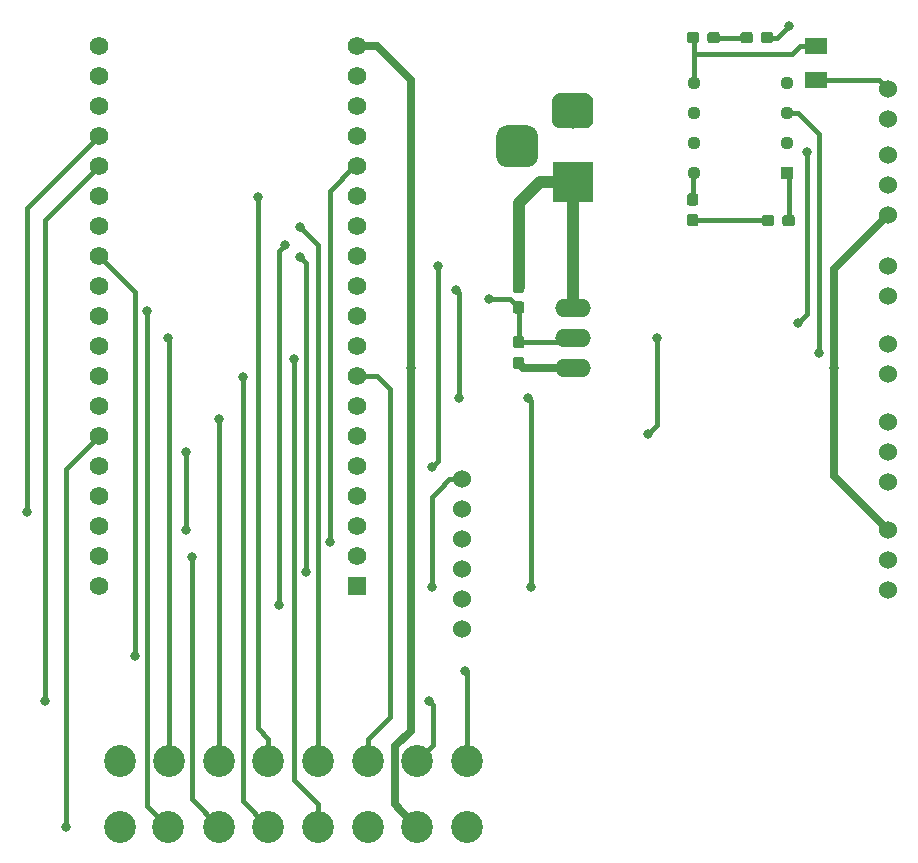
<source format=gbr>
G04 #@! TF.GenerationSoftware,KiCad,Pcbnew,(5.1.4)-1*
G04 #@! TF.CreationDate,2021-11-04T16:38:15-05:00*
G04 #@! TF.ProjectId,CareMate,43617265-4d61-4746-952e-6b696361645f,rev?*
G04 #@! TF.SameCoordinates,Original*
G04 #@! TF.FileFunction,Copper,L1,Top*
G04 #@! TF.FilePolarity,Positive*
%FSLAX46Y46*%
G04 Gerber Fmt 4.6, Leading zero omitted, Abs format (unit mm)*
G04 Created by KiCad (PCBNEW (5.1.4)-1) date 2021-11-04 16:38:15*
%MOMM*%
%LPD*%
G04 APERTURE LIST*
%ADD10C,1.560000*%
%ADD11R,1.560000X1.560000*%
%ADD12C,2.700000*%
%ADD13C,0.100000*%
%ADD14C,0.950000*%
%ADD15R,1.910000X1.370000*%
%ADD16R,3.500000X3.500000*%
%ADD17C,3.000000*%
%ADD18C,3.500001*%
%ADD19C,1.524000*%
%ADD20O,3.048000X1.524000*%
%ADD21R,1.130000X1.130000*%
%ADD22C,1.130000*%
%ADD23C,0.800000*%
%ADD24C,1.016000*%
%ADD25C,0.381000*%
%ADD26C,0.635000*%
G04 APERTURE END LIST*
D10*
X60960000Y-28396000D03*
X60960000Y-30936000D03*
X60960000Y-33476000D03*
X60960000Y-36016000D03*
X60960000Y-38556000D03*
X60960000Y-41096000D03*
X60960000Y-43636000D03*
X60960000Y-46176000D03*
X60960000Y-48716000D03*
X60960000Y-51256000D03*
X60960000Y-53796000D03*
X60960000Y-56336000D03*
X60960000Y-58876000D03*
X60960000Y-61416000D03*
X60960000Y-63956000D03*
X60960000Y-66496000D03*
X60960000Y-69036000D03*
X60960000Y-71576000D03*
X60960000Y-74116000D03*
X82804000Y-30936000D03*
X82804000Y-33476000D03*
X82804000Y-36016000D03*
X82804000Y-38556000D03*
X82804000Y-41096000D03*
X82804000Y-43636000D03*
X82804000Y-46176000D03*
X82804000Y-48716000D03*
X82804000Y-51256000D03*
X82804000Y-53796000D03*
X82804000Y-56336000D03*
X82804000Y-58876000D03*
X82804000Y-61416000D03*
X82804000Y-63956000D03*
X82804000Y-66496000D03*
X82804000Y-69036000D03*
X82804000Y-28396000D03*
X82804000Y-71576000D03*
D11*
X82804000Y-74116000D03*
D12*
X62738000Y-88968000D03*
X66938000Y-88968000D03*
X71138000Y-88968000D03*
X75338000Y-88968000D03*
X79538000Y-88968000D03*
X83738000Y-88968000D03*
X87938000Y-88968000D03*
X92138000Y-88968000D03*
X62738000Y-94488000D03*
X66802000Y-94488000D03*
X71138000Y-94488000D03*
X75338000Y-94488000D03*
X79538000Y-94488000D03*
X83738000Y-94488000D03*
X87938000Y-94488000D03*
X92138000Y-94488000D03*
D13*
G36*
X96780779Y-48272144D02*
G01*
X96803834Y-48275563D01*
X96826443Y-48281227D01*
X96848387Y-48289079D01*
X96869457Y-48299044D01*
X96889448Y-48311026D01*
X96908168Y-48324910D01*
X96925438Y-48340562D01*
X96941090Y-48357832D01*
X96954974Y-48376552D01*
X96966956Y-48396543D01*
X96976921Y-48417613D01*
X96984773Y-48439557D01*
X96990437Y-48462166D01*
X96993856Y-48485221D01*
X96995000Y-48508500D01*
X96995000Y-49083500D01*
X96993856Y-49106779D01*
X96990437Y-49129834D01*
X96984773Y-49152443D01*
X96976921Y-49174387D01*
X96966956Y-49195457D01*
X96954974Y-49215448D01*
X96941090Y-49234168D01*
X96925438Y-49251438D01*
X96908168Y-49267090D01*
X96889448Y-49280974D01*
X96869457Y-49292956D01*
X96848387Y-49302921D01*
X96826443Y-49310773D01*
X96803834Y-49316437D01*
X96780779Y-49319856D01*
X96757500Y-49321000D01*
X96282500Y-49321000D01*
X96259221Y-49319856D01*
X96236166Y-49316437D01*
X96213557Y-49310773D01*
X96191613Y-49302921D01*
X96170543Y-49292956D01*
X96150552Y-49280974D01*
X96131832Y-49267090D01*
X96114562Y-49251438D01*
X96098910Y-49234168D01*
X96085026Y-49215448D01*
X96073044Y-49195457D01*
X96063079Y-49174387D01*
X96055227Y-49152443D01*
X96049563Y-49129834D01*
X96046144Y-49106779D01*
X96045000Y-49083500D01*
X96045000Y-48508500D01*
X96046144Y-48485221D01*
X96049563Y-48462166D01*
X96055227Y-48439557D01*
X96063079Y-48417613D01*
X96073044Y-48396543D01*
X96085026Y-48376552D01*
X96098910Y-48357832D01*
X96114562Y-48340562D01*
X96131832Y-48324910D01*
X96150552Y-48311026D01*
X96170543Y-48299044D01*
X96191613Y-48289079D01*
X96213557Y-48281227D01*
X96236166Y-48275563D01*
X96259221Y-48272144D01*
X96282500Y-48271000D01*
X96757500Y-48271000D01*
X96780779Y-48272144D01*
X96780779Y-48272144D01*
G37*
D14*
X96520000Y-48796000D03*
D13*
G36*
X96780779Y-50022144D02*
G01*
X96803834Y-50025563D01*
X96826443Y-50031227D01*
X96848387Y-50039079D01*
X96869457Y-50049044D01*
X96889448Y-50061026D01*
X96908168Y-50074910D01*
X96925438Y-50090562D01*
X96941090Y-50107832D01*
X96954974Y-50126552D01*
X96966956Y-50146543D01*
X96976921Y-50167613D01*
X96984773Y-50189557D01*
X96990437Y-50212166D01*
X96993856Y-50235221D01*
X96995000Y-50258500D01*
X96995000Y-50833500D01*
X96993856Y-50856779D01*
X96990437Y-50879834D01*
X96984773Y-50902443D01*
X96976921Y-50924387D01*
X96966956Y-50945457D01*
X96954974Y-50965448D01*
X96941090Y-50984168D01*
X96925438Y-51001438D01*
X96908168Y-51017090D01*
X96889448Y-51030974D01*
X96869457Y-51042956D01*
X96848387Y-51052921D01*
X96826443Y-51060773D01*
X96803834Y-51066437D01*
X96780779Y-51069856D01*
X96757500Y-51071000D01*
X96282500Y-51071000D01*
X96259221Y-51069856D01*
X96236166Y-51066437D01*
X96213557Y-51060773D01*
X96191613Y-51052921D01*
X96170543Y-51042956D01*
X96150552Y-51030974D01*
X96131832Y-51017090D01*
X96114562Y-51001438D01*
X96098910Y-50984168D01*
X96085026Y-50965448D01*
X96073044Y-50945457D01*
X96063079Y-50924387D01*
X96055227Y-50902443D01*
X96049563Y-50879834D01*
X96046144Y-50856779D01*
X96045000Y-50833500D01*
X96045000Y-50258500D01*
X96046144Y-50235221D01*
X96049563Y-50212166D01*
X96055227Y-50189557D01*
X96063079Y-50167613D01*
X96073044Y-50146543D01*
X96085026Y-50126552D01*
X96098910Y-50107832D01*
X96114562Y-50090562D01*
X96131832Y-50074910D01*
X96150552Y-50061026D01*
X96170543Y-50049044D01*
X96191613Y-50039079D01*
X96213557Y-50031227D01*
X96236166Y-50025563D01*
X96259221Y-50022144D01*
X96282500Y-50021000D01*
X96757500Y-50021000D01*
X96780779Y-50022144D01*
X96780779Y-50022144D01*
G37*
D14*
X96520000Y-50546000D03*
D13*
G36*
X96780779Y-52957144D02*
G01*
X96803834Y-52960563D01*
X96826443Y-52966227D01*
X96848387Y-52974079D01*
X96869457Y-52984044D01*
X96889448Y-52996026D01*
X96908168Y-53009910D01*
X96925438Y-53025562D01*
X96941090Y-53042832D01*
X96954974Y-53061552D01*
X96966956Y-53081543D01*
X96976921Y-53102613D01*
X96984773Y-53124557D01*
X96990437Y-53147166D01*
X96993856Y-53170221D01*
X96995000Y-53193500D01*
X96995000Y-53768500D01*
X96993856Y-53791779D01*
X96990437Y-53814834D01*
X96984773Y-53837443D01*
X96976921Y-53859387D01*
X96966956Y-53880457D01*
X96954974Y-53900448D01*
X96941090Y-53919168D01*
X96925438Y-53936438D01*
X96908168Y-53952090D01*
X96889448Y-53965974D01*
X96869457Y-53977956D01*
X96848387Y-53987921D01*
X96826443Y-53995773D01*
X96803834Y-54001437D01*
X96780779Y-54004856D01*
X96757500Y-54006000D01*
X96282500Y-54006000D01*
X96259221Y-54004856D01*
X96236166Y-54001437D01*
X96213557Y-53995773D01*
X96191613Y-53987921D01*
X96170543Y-53977956D01*
X96150552Y-53965974D01*
X96131832Y-53952090D01*
X96114562Y-53936438D01*
X96098910Y-53919168D01*
X96085026Y-53900448D01*
X96073044Y-53880457D01*
X96063079Y-53859387D01*
X96055227Y-53837443D01*
X96049563Y-53814834D01*
X96046144Y-53791779D01*
X96045000Y-53768500D01*
X96045000Y-53193500D01*
X96046144Y-53170221D01*
X96049563Y-53147166D01*
X96055227Y-53124557D01*
X96063079Y-53102613D01*
X96073044Y-53081543D01*
X96085026Y-53061552D01*
X96098910Y-53042832D01*
X96114562Y-53025562D01*
X96131832Y-53009910D01*
X96150552Y-52996026D01*
X96170543Y-52984044D01*
X96191613Y-52974079D01*
X96213557Y-52966227D01*
X96236166Y-52960563D01*
X96259221Y-52957144D01*
X96282500Y-52956000D01*
X96757500Y-52956000D01*
X96780779Y-52957144D01*
X96780779Y-52957144D01*
G37*
D14*
X96520000Y-53481000D03*
D13*
G36*
X96780779Y-54707144D02*
G01*
X96803834Y-54710563D01*
X96826443Y-54716227D01*
X96848387Y-54724079D01*
X96869457Y-54734044D01*
X96889448Y-54746026D01*
X96908168Y-54759910D01*
X96925438Y-54775562D01*
X96941090Y-54792832D01*
X96954974Y-54811552D01*
X96966956Y-54831543D01*
X96976921Y-54852613D01*
X96984773Y-54874557D01*
X96990437Y-54897166D01*
X96993856Y-54920221D01*
X96995000Y-54943500D01*
X96995000Y-55518500D01*
X96993856Y-55541779D01*
X96990437Y-55564834D01*
X96984773Y-55587443D01*
X96976921Y-55609387D01*
X96966956Y-55630457D01*
X96954974Y-55650448D01*
X96941090Y-55669168D01*
X96925438Y-55686438D01*
X96908168Y-55702090D01*
X96889448Y-55715974D01*
X96869457Y-55727956D01*
X96848387Y-55737921D01*
X96826443Y-55745773D01*
X96803834Y-55751437D01*
X96780779Y-55754856D01*
X96757500Y-55756000D01*
X96282500Y-55756000D01*
X96259221Y-55754856D01*
X96236166Y-55751437D01*
X96213557Y-55745773D01*
X96191613Y-55737921D01*
X96170543Y-55727956D01*
X96150552Y-55715974D01*
X96131832Y-55702090D01*
X96114562Y-55686438D01*
X96098910Y-55669168D01*
X96085026Y-55650448D01*
X96073044Y-55630457D01*
X96063079Y-55609387D01*
X96055227Y-55587443D01*
X96049563Y-55564834D01*
X96046144Y-55541779D01*
X96045000Y-55518500D01*
X96045000Y-54943500D01*
X96046144Y-54920221D01*
X96049563Y-54897166D01*
X96055227Y-54874557D01*
X96063079Y-54852613D01*
X96073044Y-54831543D01*
X96085026Y-54811552D01*
X96098910Y-54792832D01*
X96114562Y-54775562D01*
X96131832Y-54759910D01*
X96150552Y-54746026D01*
X96170543Y-54734044D01*
X96191613Y-54724079D01*
X96213557Y-54716227D01*
X96236166Y-54710563D01*
X96259221Y-54707144D01*
X96282500Y-54706000D01*
X96757500Y-54706000D01*
X96780779Y-54707144D01*
X96780779Y-54707144D01*
G37*
D14*
X96520000Y-55231000D03*
D13*
G36*
X111512779Y-42628144D02*
G01*
X111535834Y-42631563D01*
X111558443Y-42637227D01*
X111580387Y-42645079D01*
X111601457Y-42655044D01*
X111621448Y-42667026D01*
X111640168Y-42680910D01*
X111657438Y-42696562D01*
X111673090Y-42713832D01*
X111686974Y-42732552D01*
X111698956Y-42752543D01*
X111708921Y-42773613D01*
X111716773Y-42795557D01*
X111722437Y-42818166D01*
X111725856Y-42841221D01*
X111727000Y-42864500D01*
X111727000Y-43439500D01*
X111725856Y-43462779D01*
X111722437Y-43485834D01*
X111716773Y-43508443D01*
X111708921Y-43530387D01*
X111698956Y-43551457D01*
X111686974Y-43571448D01*
X111673090Y-43590168D01*
X111657438Y-43607438D01*
X111640168Y-43623090D01*
X111621448Y-43636974D01*
X111601457Y-43648956D01*
X111580387Y-43658921D01*
X111558443Y-43666773D01*
X111535834Y-43672437D01*
X111512779Y-43675856D01*
X111489500Y-43677000D01*
X111014500Y-43677000D01*
X110991221Y-43675856D01*
X110968166Y-43672437D01*
X110945557Y-43666773D01*
X110923613Y-43658921D01*
X110902543Y-43648956D01*
X110882552Y-43636974D01*
X110863832Y-43623090D01*
X110846562Y-43607438D01*
X110830910Y-43590168D01*
X110817026Y-43571448D01*
X110805044Y-43551457D01*
X110795079Y-43530387D01*
X110787227Y-43508443D01*
X110781563Y-43485834D01*
X110778144Y-43462779D01*
X110777000Y-43439500D01*
X110777000Y-42864500D01*
X110778144Y-42841221D01*
X110781563Y-42818166D01*
X110787227Y-42795557D01*
X110795079Y-42773613D01*
X110805044Y-42752543D01*
X110817026Y-42732552D01*
X110830910Y-42713832D01*
X110846562Y-42696562D01*
X110863832Y-42680910D01*
X110882552Y-42667026D01*
X110902543Y-42655044D01*
X110923613Y-42645079D01*
X110945557Y-42637227D01*
X110968166Y-42631563D01*
X110991221Y-42628144D01*
X111014500Y-42627000D01*
X111489500Y-42627000D01*
X111512779Y-42628144D01*
X111512779Y-42628144D01*
G37*
D14*
X111252000Y-43152000D03*
D13*
G36*
X111512779Y-40878144D02*
G01*
X111535834Y-40881563D01*
X111558443Y-40887227D01*
X111580387Y-40895079D01*
X111601457Y-40905044D01*
X111621448Y-40917026D01*
X111640168Y-40930910D01*
X111657438Y-40946562D01*
X111673090Y-40963832D01*
X111686974Y-40982552D01*
X111698956Y-41002543D01*
X111708921Y-41023613D01*
X111716773Y-41045557D01*
X111722437Y-41068166D01*
X111725856Y-41091221D01*
X111727000Y-41114500D01*
X111727000Y-41689500D01*
X111725856Y-41712779D01*
X111722437Y-41735834D01*
X111716773Y-41758443D01*
X111708921Y-41780387D01*
X111698956Y-41801457D01*
X111686974Y-41821448D01*
X111673090Y-41840168D01*
X111657438Y-41857438D01*
X111640168Y-41873090D01*
X111621448Y-41886974D01*
X111601457Y-41898956D01*
X111580387Y-41908921D01*
X111558443Y-41916773D01*
X111535834Y-41922437D01*
X111512779Y-41925856D01*
X111489500Y-41927000D01*
X111014500Y-41927000D01*
X110991221Y-41925856D01*
X110968166Y-41922437D01*
X110945557Y-41916773D01*
X110923613Y-41908921D01*
X110902543Y-41898956D01*
X110882552Y-41886974D01*
X110863832Y-41873090D01*
X110846562Y-41857438D01*
X110830910Y-41840168D01*
X110817026Y-41821448D01*
X110805044Y-41801457D01*
X110795079Y-41780387D01*
X110787227Y-41758443D01*
X110781563Y-41735834D01*
X110778144Y-41712779D01*
X110777000Y-41689500D01*
X110777000Y-41114500D01*
X110778144Y-41091221D01*
X110781563Y-41068166D01*
X110787227Y-41045557D01*
X110795079Y-41023613D01*
X110805044Y-41002543D01*
X110817026Y-40982552D01*
X110830910Y-40963832D01*
X110846562Y-40946562D01*
X110863832Y-40930910D01*
X110882552Y-40917026D01*
X110902543Y-40905044D01*
X110923613Y-40895079D01*
X110945557Y-40887227D01*
X110968166Y-40881563D01*
X110991221Y-40878144D01*
X111014500Y-40877000D01*
X111489500Y-40877000D01*
X111512779Y-40878144D01*
X111512779Y-40878144D01*
G37*
D14*
X111252000Y-41402000D03*
D13*
G36*
X117884779Y-27212144D02*
G01*
X117907834Y-27215563D01*
X117930443Y-27221227D01*
X117952387Y-27229079D01*
X117973457Y-27239044D01*
X117993448Y-27251026D01*
X118012168Y-27264910D01*
X118029438Y-27280562D01*
X118045090Y-27297832D01*
X118058974Y-27316552D01*
X118070956Y-27336543D01*
X118080921Y-27357613D01*
X118088773Y-27379557D01*
X118094437Y-27402166D01*
X118097856Y-27425221D01*
X118099000Y-27448500D01*
X118099000Y-27923500D01*
X118097856Y-27946779D01*
X118094437Y-27969834D01*
X118088773Y-27992443D01*
X118080921Y-28014387D01*
X118070956Y-28035457D01*
X118058974Y-28055448D01*
X118045090Y-28074168D01*
X118029438Y-28091438D01*
X118012168Y-28107090D01*
X117993448Y-28120974D01*
X117973457Y-28132956D01*
X117952387Y-28142921D01*
X117930443Y-28150773D01*
X117907834Y-28156437D01*
X117884779Y-28159856D01*
X117861500Y-28161000D01*
X117286500Y-28161000D01*
X117263221Y-28159856D01*
X117240166Y-28156437D01*
X117217557Y-28150773D01*
X117195613Y-28142921D01*
X117174543Y-28132956D01*
X117154552Y-28120974D01*
X117135832Y-28107090D01*
X117118562Y-28091438D01*
X117102910Y-28074168D01*
X117089026Y-28055448D01*
X117077044Y-28035457D01*
X117067079Y-28014387D01*
X117059227Y-27992443D01*
X117053563Y-27969834D01*
X117050144Y-27946779D01*
X117049000Y-27923500D01*
X117049000Y-27448500D01*
X117050144Y-27425221D01*
X117053563Y-27402166D01*
X117059227Y-27379557D01*
X117067079Y-27357613D01*
X117077044Y-27336543D01*
X117089026Y-27316552D01*
X117102910Y-27297832D01*
X117118562Y-27280562D01*
X117135832Y-27264910D01*
X117154552Y-27251026D01*
X117174543Y-27239044D01*
X117195613Y-27229079D01*
X117217557Y-27221227D01*
X117240166Y-27215563D01*
X117263221Y-27212144D01*
X117286500Y-27211000D01*
X117861500Y-27211000D01*
X117884779Y-27212144D01*
X117884779Y-27212144D01*
G37*
D14*
X117574000Y-27686000D03*
D13*
G36*
X116134779Y-27212144D02*
G01*
X116157834Y-27215563D01*
X116180443Y-27221227D01*
X116202387Y-27229079D01*
X116223457Y-27239044D01*
X116243448Y-27251026D01*
X116262168Y-27264910D01*
X116279438Y-27280562D01*
X116295090Y-27297832D01*
X116308974Y-27316552D01*
X116320956Y-27336543D01*
X116330921Y-27357613D01*
X116338773Y-27379557D01*
X116344437Y-27402166D01*
X116347856Y-27425221D01*
X116349000Y-27448500D01*
X116349000Y-27923500D01*
X116347856Y-27946779D01*
X116344437Y-27969834D01*
X116338773Y-27992443D01*
X116330921Y-28014387D01*
X116320956Y-28035457D01*
X116308974Y-28055448D01*
X116295090Y-28074168D01*
X116279438Y-28091438D01*
X116262168Y-28107090D01*
X116243448Y-28120974D01*
X116223457Y-28132956D01*
X116202387Y-28142921D01*
X116180443Y-28150773D01*
X116157834Y-28156437D01*
X116134779Y-28159856D01*
X116111500Y-28161000D01*
X115536500Y-28161000D01*
X115513221Y-28159856D01*
X115490166Y-28156437D01*
X115467557Y-28150773D01*
X115445613Y-28142921D01*
X115424543Y-28132956D01*
X115404552Y-28120974D01*
X115385832Y-28107090D01*
X115368562Y-28091438D01*
X115352910Y-28074168D01*
X115339026Y-28055448D01*
X115327044Y-28035457D01*
X115317079Y-28014387D01*
X115309227Y-27992443D01*
X115303563Y-27969834D01*
X115300144Y-27946779D01*
X115299000Y-27923500D01*
X115299000Y-27448500D01*
X115300144Y-27425221D01*
X115303563Y-27402166D01*
X115309227Y-27379557D01*
X115317079Y-27357613D01*
X115327044Y-27336543D01*
X115339026Y-27316552D01*
X115352910Y-27297832D01*
X115368562Y-27280562D01*
X115385832Y-27264910D01*
X115404552Y-27251026D01*
X115424543Y-27239044D01*
X115445613Y-27229079D01*
X115467557Y-27221227D01*
X115490166Y-27215563D01*
X115513221Y-27212144D01*
X115536500Y-27211000D01*
X116111500Y-27211000D01*
X116134779Y-27212144D01*
X116134779Y-27212144D01*
G37*
D14*
X115824000Y-27686000D03*
D15*
X121666000Y-31242000D03*
X121666000Y-28400000D03*
D16*
X101092000Y-39878000D03*
D13*
G36*
X102165513Y-32381611D02*
G01*
X102238318Y-32392411D01*
X102309714Y-32410295D01*
X102379013Y-32435090D01*
X102445548Y-32466559D01*
X102508678Y-32504398D01*
X102567795Y-32548242D01*
X102622330Y-32597670D01*
X102671758Y-32652205D01*
X102715602Y-32711322D01*
X102753441Y-32774452D01*
X102784910Y-32840987D01*
X102809705Y-32910286D01*
X102827589Y-32981682D01*
X102838389Y-33054487D01*
X102842000Y-33128000D01*
X102842000Y-34628000D01*
X102838389Y-34701513D01*
X102827589Y-34774318D01*
X102809705Y-34845714D01*
X102784910Y-34915013D01*
X102753441Y-34981548D01*
X102715602Y-35044678D01*
X102671758Y-35103795D01*
X102622330Y-35158330D01*
X102567795Y-35207758D01*
X102508678Y-35251602D01*
X102445548Y-35289441D01*
X102379013Y-35320910D01*
X102309714Y-35345705D01*
X102238318Y-35363589D01*
X102165513Y-35374389D01*
X102092000Y-35378000D01*
X100092000Y-35378000D01*
X100018487Y-35374389D01*
X99945682Y-35363589D01*
X99874286Y-35345705D01*
X99804987Y-35320910D01*
X99738452Y-35289441D01*
X99675322Y-35251602D01*
X99616205Y-35207758D01*
X99561670Y-35158330D01*
X99512242Y-35103795D01*
X99468398Y-35044678D01*
X99430559Y-34981548D01*
X99399090Y-34915013D01*
X99374295Y-34845714D01*
X99356411Y-34774318D01*
X99345611Y-34701513D01*
X99342000Y-34628000D01*
X99342000Y-33128000D01*
X99345611Y-33054487D01*
X99356411Y-32981682D01*
X99374295Y-32910286D01*
X99399090Y-32840987D01*
X99430559Y-32774452D01*
X99468398Y-32711322D01*
X99512242Y-32652205D01*
X99561670Y-32597670D01*
X99616205Y-32548242D01*
X99675322Y-32504398D01*
X99738452Y-32466559D01*
X99804987Y-32435090D01*
X99874286Y-32410295D01*
X99945682Y-32392411D01*
X100018487Y-32381611D01*
X100092000Y-32378000D01*
X102092000Y-32378000D01*
X102165513Y-32381611D01*
X102165513Y-32381611D01*
G37*
D17*
X101092000Y-33878000D03*
D13*
G36*
X97352765Y-35132213D02*
G01*
X97437704Y-35144813D01*
X97520999Y-35165677D01*
X97601848Y-35194605D01*
X97679472Y-35231319D01*
X97753124Y-35275464D01*
X97822094Y-35326616D01*
X97885718Y-35384282D01*
X97943384Y-35447906D01*
X97994536Y-35516876D01*
X98038681Y-35590528D01*
X98075395Y-35668152D01*
X98104323Y-35749001D01*
X98125187Y-35832296D01*
X98137787Y-35917235D01*
X98142000Y-36003000D01*
X98142000Y-37753000D01*
X98137787Y-37838765D01*
X98125187Y-37923704D01*
X98104323Y-38006999D01*
X98075395Y-38087848D01*
X98038681Y-38165472D01*
X97994536Y-38239124D01*
X97943384Y-38308094D01*
X97885718Y-38371718D01*
X97822094Y-38429384D01*
X97753124Y-38480536D01*
X97679472Y-38524681D01*
X97601848Y-38561395D01*
X97520999Y-38590323D01*
X97437704Y-38611187D01*
X97352765Y-38623787D01*
X97267000Y-38628000D01*
X95517000Y-38628000D01*
X95431235Y-38623787D01*
X95346296Y-38611187D01*
X95263001Y-38590323D01*
X95182152Y-38561395D01*
X95104528Y-38524681D01*
X95030876Y-38480536D01*
X94961906Y-38429384D01*
X94898282Y-38371718D01*
X94840616Y-38308094D01*
X94789464Y-38239124D01*
X94745319Y-38165472D01*
X94708605Y-38087848D01*
X94679677Y-38006999D01*
X94658813Y-37923704D01*
X94646213Y-37838765D01*
X94642000Y-37753000D01*
X94642000Y-36003000D01*
X94646213Y-35917235D01*
X94658813Y-35832296D01*
X94679677Y-35749001D01*
X94708605Y-35668152D01*
X94745319Y-35590528D01*
X94789464Y-35516876D01*
X94840616Y-35447906D01*
X94898282Y-35384282D01*
X94961906Y-35326616D01*
X95030876Y-35275464D01*
X95104528Y-35231319D01*
X95182152Y-35194605D01*
X95263001Y-35165677D01*
X95346296Y-35144813D01*
X95431235Y-35132213D01*
X95517000Y-35128000D01*
X97267000Y-35128000D01*
X97352765Y-35132213D01*
X97352765Y-35132213D01*
G37*
D18*
X96392000Y-36878000D03*
D19*
X91694000Y-65024000D03*
X91694000Y-67564000D03*
X91694000Y-70104000D03*
X91694000Y-72644000D03*
X91694000Y-75184000D03*
X91694000Y-77724000D03*
D13*
G36*
X119690779Y-42706144D02*
G01*
X119713834Y-42709563D01*
X119736443Y-42715227D01*
X119758387Y-42723079D01*
X119779457Y-42733044D01*
X119799448Y-42745026D01*
X119818168Y-42758910D01*
X119835438Y-42774562D01*
X119851090Y-42791832D01*
X119864974Y-42810552D01*
X119876956Y-42830543D01*
X119886921Y-42851613D01*
X119894773Y-42873557D01*
X119900437Y-42896166D01*
X119903856Y-42919221D01*
X119905000Y-42942500D01*
X119905000Y-43417500D01*
X119903856Y-43440779D01*
X119900437Y-43463834D01*
X119894773Y-43486443D01*
X119886921Y-43508387D01*
X119876956Y-43529457D01*
X119864974Y-43549448D01*
X119851090Y-43568168D01*
X119835438Y-43585438D01*
X119818168Y-43601090D01*
X119799448Y-43614974D01*
X119779457Y-43626956D01*
X119758387Y-43636921D01*
X119736443Y-43644773D01*
X119713834Y-43650437D01*
X119690779Y-43653856D01*
X119667500Y-43655000D01*
X119092500Y-43655000D01*
X119069221Y-43653856D01*
X119046166Y-43650437D01*
X119023557Y-43644773D01*
X119001613Y-43636921D01*
X118980543Y-43626956D01*
X118960552Y-43614974D01*
X118941832Y-43601090D01*
X118924562Y-43585438D01*
X118908910Y-43568168D01*
X118895026Y-43549448D01*
X118883044Y-43529457D01*
X118873079Y-43508387D01*
X118865227Y-43486443D01*
X118859563Y-43463834D01*
X118856144Y-43440779D01*
X118855000Y-43417500D01*
X118855000Y-42942500D01*
X118856144Y-42919221D01*
X118859563Y-42896166D01*
X118865227Y-42873557D01*
X118873079Y-42851613D01*
X118883044Y-42830543D01*
X118895026Y-42810552D01*
X118908910Y-42791832D01*
X118924562Y-42774562D01*
X118941832Y-42758910D01*
X118960552Y-42745026D01*
X118980543Y-42733044D01*
X119001613Y-42723079D01*
X119023557Y-42715227D01*
X119046166Y-42709563D01*
X119069221Y-42706144D01*
X119092500Y-42705000D01*
X119667500Y-42705000D01*
X119690779Y-42706144D01*
X119690779Y-42706144D01*
G37*
D14*
X119380000Y-43180000D03*
D13*
G36*
X117940779Y-42706144D02*
G01*
X117963834Y-42709563D01*
X117986443Y-42715227D01*
X118008387Y-42723079D01*
X118029457Y-42733044D01*
X118049448Y-42745026D01*
X118068168Y-42758910D01*
X118085438Y-42774562D01*
X118101090Y-42791832D01*
X118114974Y-42810552D01*
X118126956Y-42830543D01*
X118136921Y-42851613D01*
X118144773Y-42873557D01*
X118150437Y-42896166D01*
X118153856Y-42919221D01*
X118155000Y-42942500D01*
X118155000Y-43417500D01*
X118153856Y-43440779D01*
X118150437Y-43463834D01*
X118144773Y-43486443D01*
X118136921Y-43508387D01*
X118126956Y-43529457D01*
X118114974Y-43549448D01*
X118101090Y-43568168D01*
X118085438Y-43585438D01*
X118068168Y-43601090D01*
X118049448Y-43614974D01*
X118029457Y-43626956D01*
X118008387Y-43636921D01*
X117986443Y-43644773D01*
X117963834Y-43650437D01*
X117940779Y-43653856D01*
X117917500Y-43655000D01*
X117342500Y-43655000D01*
X117319221Y-43653856D01*
X117296166Y-43650437D01*
X117273557Y-43644773D01*
X117251613Y-43636921D01*
X117230543Y-43626956D01*
X117210552Y-43614974D01*
X117191832Y-43601090D01*
X117174562Y-43585438D01*
X117158910Y-43568168D01*
X117145026Y-43549448D01*
X117133044Y-43529457D01*
X117123079Y-43508387D01*
X117115227Y-43486443D01*
X117109563Y-43463834D01*
X117106144Y-43440779D01*
X117105000Y-43417500D01*
X117105000Y-42942500D01*
X117106144Y-42919221D01*
X117109563Y-42896166D01*
X117115227Y-42873557D01*
X117123079Y-42851613D01*
X117133044Y-42830543D01*
X117145026Y-42810552D01*
X117158910Y-42791832D01*
X117174562Y-42774562D01*
X117191832Y-42758910D01*
X117210552Y-42745026D01*
X117230543Y-42733044D01*
X117251613Y-42723079D01*
X117273557Y-42715227D01*
X117296166Y-42709563D01*
X117319221Y-42706144D01*
X117342500Y-42705000D01*
X117917500Y-42705000D01*
X117940779Y-42706144D01*
X117940779Y-42706144D01*
G37*
D14*
X117630000Y-43180000D03*
D13*
G36*
X113340779Y-27212144D02*
G01*
X113363834Y-27215563D01*
X113386443Y-27221227D01*
X113408387Y-27229079D01*
X113429457Y-27239044D01*
X113449448Y-27251026D01*
X113468168Y-27264910D01*
X113485438Y-27280562D01*
X113501090Y-27297832D01*
X113514974Y-27316552D01*
X113526956Y-27336543D01*
X113536921Y-27357613D01*
X113544773Y-27379557D01*
X113550437Y-27402166D01*
X113553856Y-27425221D01*
X113555000Y-27448500D01*
X113555000Y-27923500D01*
X113553856Y-27946779D01*
X113550437Y-27969834D01*
X113544773Y-27992443D01*
X113536921Y-28014387D01*
X113526956Y-28035457D01*
X113514974Y-28055448D01*
X113501090Y-28074168D01*
X113485438Y-28091438D01*
X113468168Y-28107090D01*
X113449448Y-28120974D01*
X113429457Y-28132956D01*
X113408387Y-28142921D01*
X113386443Y-28150773D01*
X113363834Y-28156437D01*
X113340779Y-28159856D01*
X113317500Y-28161000D01*
X112742500Y-28161000D01*
X112719221Y-28159856D01*
X112696166Y-28156437D01*
X112673557Y-28150773D01*
X112651613Y-28142921D01*
X112630543Y-28132956D01*
X112610552Y-28120974D01*
X112591832Y-28107090D01*
X112574562Y-28091438D01*
X112558910Y-28074168D01*
X112545026Y-28055448D01*
X112533044Y-28035457D01*
X112523079Y-28014387D01*
X112515227Y-27992443D01*
X112509563Y-27969834D01*
X112506144Y-27946779D01*
X112505000Y-27923500D01*
X112505000Y-27448500D01*
X112506144Y-27425221D01*
X112509563Y-27402166D01*
X112515227Y-27379557D01*
X112523079Y-27357613D01*
X112533044Y-27336543D01*
X112545026Y-27316552D01*
X112558910Y-27297832D01*
X112574562Y-27280562D01*
X112591832Y-27264910D01*
X112610552Y-27251026D01*
X112630543Y-27239044D01*
X112651613Y-27229079D01*
X112673557Y-27221227D01*
X112696166Y-27215563D01*
X112719221Y-27212144D01*
X112742500Y-27211000D01*
X113317500Y-27211000D01*
X113340779Y-27212144D01*
X113340779Y-27212144D01*
G37*
D14*
X113030000Y-27686000D03*
D13*
G36*
X111590779Y-27212144D02*
G01*
X111613834Y-27215563D01*
X111636443Y-27221227D01*
X111658387Y-27229079D01*
X111679457Y-27239044D01*
X111699448Y-27251026D01*
X111718168Y-27264910D01*
X111735438Y-27280562D01*
X111751090Y-27297832D01*
X111764974Y-27316552D01*
X111776956Y-27336543D01*
X111786921Y-27357613D01*
X111794773Y-27379557D01*
X111800437Y-27402166D01*
X111803856Y-27425221D01*
X111805000Y-27448500D01*
X111805000Y-27923500D01*
X111803856Y-27946779D01*
X111800437Y-27969834D01*
X111794773Y-27992443D01*
X111786921Y-28014387D01*
X111776956Y-28035457D01*
X111764974Y-28055448D01*
X111751090Y-28074168D01*
X111735438Y-28091438D01*
X111718168Y-28107090D01*
X111699448Y-28120974D01*
X111679457Y-28132956D01*
X111658387Y-28142921D01*
X111636443Y-28150773D01*
X111613834Y-28156437D01*
X111590779Y-28159856D01*
X111567500Y-28161000D01*
X110992500Y-28161000D01*
X110969221Y-28159856D01*
X110946166Y-28156437D01*
X110923557Y-28150773D01*
X110901613Y-28142921D01*
X110880543Y-28132956D01*
X110860552Y-28120974D01*
X110841832Y-28107090D01*
X110824562Y-28091438D01*
X110808910Y-28074168D01*
X110795026Y-28055448D01*
X110783044Y-28035457D01*
X110773079Y-28014387D01*
X110765227Y-27992443D01*
X110759563Y-27969834D01*
X110756144Y-27946779D01*
X110755000Y-27923500D01*
X110755000Y-27448500D01*
X110756144Y-27425221D01*
X110759563Y-27402166D01*
X110765227Y-27379557D01*
X110773079Y-27357613D01*
X110783044Y-27336543D01*
X110795026Y-27316552D01*
X110808910Y-27297832D01*
X110824562Y-27280562D01*
X110841832Y-27264910D01*
X110860552Y-27251026D01*
X110880543Y-27239044D01*
X110901613Y-27229079D01*
X110923557Y-27221227D01*
X110946166Y-27215563D01*
X110969221Y-27212144D01*
X110992500Y-27211000D01*
X111567500Y-27211000D01*
X111590779Y-27212144D01*
X111590779Y-27212144D01*
G37*
D14*
X111280000Y-27686000D03*
D20*
X101092000Y-50546000D03*
X101092000Y-53086000D03*
X101092000Y-55626000D03*
D21*
X119286000Y-39116000D03*
D22*
X119286000Y-36576000D03*
X119286000Y-34036000D03*
X119286000Y-31496000D03*
X111346000Y-31496000D03*
X111346000Y-34036000D03*
X111346000Y-36576000D03*
X111346000Y-39116000D03*
D19*
X127762000Y-69342000D03*
X127762000Y-71882000D03*
X127762000Y-74422000D03*
X127762000Y-60198000D03*
X127762000Y-62738000D03*
X127762000Y-65278000D03*
X127762000Y-37592000D03*
X127762000Y-40132000D03*
X127762000Y-42672000D03*
X127762000Y-32004000D03*
X127762000Y-34544000D03*
X127762000Y-56134000D03*
X127762000Y-53594000D03*
X127762000Y-46990000D03*
X127762000Y-49530000D03*
D23*
X93980000Y-49784000D03*
X119380000Y-26670000D03*
X123190000Y-55626000D03*
X87376000Y-55626000D03*
X77470000Y-54864000D03*
X73152000Y-56388000D03*
X68834000Y-71628000D03*
X65024000Y-50800000D03*
X88900000Y-83820000D03*
X56388000Y-83820000D03*
X77978000Y-43688000D03*
X74422000Y-41148000D03*
X71120000Y-59944000D03*
X66802000Y-53086000D03*
X97536000Y-74168000D03*
X97282000Y-58166000D03*
X91440000Y-58166000D03*
X91186000Y-49022000D03*
X68326000Y-62738000D03*
X68326000Y-69342000D03*
X89154000Y-74168000D03*
X54864000Y-67818000D03*
X80518000Y-70358000D03*
X77978000Y-46228000D03*
X78486000Y-72898000D03*
X76200000Y-75692000D03*
X76708000Y-45212000D03*
X120142000Y-51816000D03*
X120904000Y-37338000D03*
X121920000Y-54356000D03*
X108204000Y-53086000D03*
X107442000Y-61214000D03*
X89662000Y-46990000D03*
X89154000Y-64008000D03*
X58166000Y-94488000D03*
X91948000Y-81280000D03*
X64008000Y-80010000D03*
D24*
X101092000Y-39878000D02*
X101092000Y-50546000D01*
X98326000Y-39878000D02*
X101092000Y-39878000D01*
X96520000Y-41684000D02*
X98326000Y-39878000D01*
X96520000Y-48796000D02*
X96520000Y-41684000D01*
D25*
X96520000Y-50546000D02*
X96520000Y-53481000D01*
X100697000Y-53481000D02*
X101092000Y-53086000D01*
X96520000Y-53481000D02*
X100697000Y-53481000D01*
X95758000Y-49784000D02*
X96520000Y-50546000D01*
X93980000Y-49784000D02*
X95758000Y-49784000D01*
X118364000Y-27686000D02*
X119380000Y-26670000D01*
X117574000Y-27686000D02*
X118364000Y-27686000D01*
D26*
X123190000Y-55626000D02*
X123190000Y-47244000D01*
X123190000Y-47244000D02*
X127762000Y-42672000D01*
X123190000Y-64770000D02*
X127762000Y-69342000D01*
X123190000Y-55626000D02*
X123190000Y-64770000D01*
X96915000Y-55626000D02*
X96520000Y-55231000D01*
X101092000Y-55626000D02*
X96915000Y-55626000D01*
X87376000Y-55626000D02*
X87376000Y-31242000D01*
X84530000Y-28396000D02*
X82804000Y-28396000D01*
X87376000Y-31242000D02*
X84530000Y-28396000D01*
X86588001Y-93138001D02*
X87938000Y-94488000D01*
X86070499Y-92620499D02*
X86588001Y-93138001D01*
X86070499Y-87665501D02*
X86070499Y-92620499D01*
X87376000Y-86360000D02*
X86070499Y-87665501D01*
X87376000Y-55626000D02*
X87376000Y-86360000D01*
D25*
X117602000Y-43152000D02*
X117630000Y-43180000D01*
X111252000Y-43152000D02*
X117602000Y-43152000D01*
X111252000Y-39210000D02*
X111346000Y-39116000D01*
X111252000Y-41402000D02*
X111252000Y-39210000D01*
X113030000Y-27686000D02*
X115824000Y-27686000D01*
X127000001Y-31242001D02*
X127762000Y-32004000D01*
X121666000Y-31242000D02*
X127000001Y-31242001D01*
X111346000Y-27752000D02*
X111280000Y-27686000D01*
X120330000Y-28400000D02*
X121666000Y-28400000D01*
X119680000Y-29050000D02*
X120330000Y-28400000D01*
X111346000Y-29050000D02*
X119680000Y-29050000D01*
X111346000Y-29050000D02*
X111346000Y-27752000D01*
X111346000Y-31496000D02*
X111346000Y-29050000D01*
X79538000Y-92578812D02*
X77470000Y-90510812D01*
X79538000Y-94488000D02*
X79538000Y-92578812D01*
X77470000Y-90510812D02*
X77470000Y-54864000D01*
X75338000Y-94488000D02*
X73152000Y-92302000D01*
X73152000Y-92302000D02*
X73152000Y-56388000D01*
X71138000Y-94488000D02*
X68834000Y-92184000D01*
X68834000Y-92184000D02*
X68834000Y-71628000D01*
X65024000Y-89629942D02*
X65024000Y-50800000D01*
X66802000Y-94488000D02*
X65024000Y-92710000D01*
X65024000Y-92710000D02*
X65024000Y-89629942D01*
X89287999Y-84207999D02*
X88900000Y-83820000D01*
X87938000Y-88968000D02*
X89287999Y-87618001D01*
X89287999Y-87618001D02*
X89287999Y-84207999D01*
X56388000Y-43128000D02*
X60960000Y-38556000D01*
X56388000Y-83820000D02*
X56388000Y-43128000D01*
X84530000Y-56336000D02*
X82804000Y-56336000D01*
X85598000Y-57404000D02*
X84530000Y-56336000D01*
X85598000Y-85198812D02*
X85598000Y-57404000D01*
X83738000Y-88968000D02*
X83738000Y-87058812D01*
X83738000Y-87058812D02*
X85598000Y-85198812D01*
X79538000Y-88968000D02*
X79538000Y-45248000D01*
X79538000Y-45248000D02*
X77978000Y-43688000D01*
X75338000Y-87058812D02*
X74422000Y-86142812D01*
X75338000Y-88968000D02*
X75338000Y-87058812D01*
X74422000Y-86142812D02*
X74422000Y-41148000D01*
X71138000Y-87058812D02*
X71120000Y-87040812D01*
X71138000Y-88968000D02*
X71138000Y-87058812D01*
X71120000Y-87040812D02*
X71120000Y-59944000D01*
X66938000Y-88968000D02*
X66938000Y-53222000D01*
X66938000Y-53222000D02*
X66802000Y-53086000D01*
X61739999Y-46955999D02*
X60960000Y-46176000D01*
X97536000Y-74168000D02*
X97536000Y-58420000D01*
X97536000Y-58420000D02*
X97282000Y-58166000D01*
X91440000Y-58166000D02*
X91440000Y-49276000D01*
X91440000Y-49276000D02*
X91186000Y-49022000D01*
X68326000Y-62738000D02*
X68326000Y-69342000D01*
X90616370Y-65024000D02*
X91694000Y-65024000D01*
X90170000Y-65470370D02*
X90616370Y-65024000D01*
X90170000Y-65532000D02*
X90170000Y-65470370D01*
X89154000Y-66548000D02*
X90170000Y-65532000D01*
X89154000Y-74168000D02*
X89154000Y-66548000D01*
X54864000Y-42112000D02*
X60960000Y-36016000D01*
X54864000Y-67818000D02*
X54864000Y-42112000D01*
X82602000Y-38556000D02*
X82804000Y-38556000D01*
X80518000Y-70358000D02*
X80518000Y-40640000D01*
X80518000Y-40640000D02*
X82602000Y-38556000D01*
X77978000Y-46228000D02*
X78486000Y-46736000D01*
X78486000Y-46736000D02*
X78486000Y-72898000D01*
X76200000Y-75692000D02*
X76200000Y-45720000D01*
X76200000Y-45720000D02*
X76708000Y-45212000D01*
X120142000Y-51816000D02*
X120904000Y-51054000D01*
X120904000Y-51054000D02*
X120904000Y-37338000D01*
X119380000Y-39210000D02*
X119286000Y-39116000D01*
X119380000Y-43180000D02*
X119380000Y-39210000D01*
X120142000Y-34036000D02*
X119286000Y-34036000D01*
X121920000Y-54356000D02*
X121920000Y-35814000D01*
X121920000Y-35814000D02*
X120142000Y-34036000D01*
X108204000Y-53086000D02*
X108204000Y-60452000D01*
X108204000Y-60452000D02*
X107442000Y-61214000D01*
X89662000Y-46990000D02*
X89662000Y-63500000D01*
X89662000Y-63500000D02*
X89154000Y-64008000D01*
X58166000Y-64210000D02*
X60960000Y-61416000D01*
X58166000Y-94488000D02*
X58166000Y-64210000D01*
X92138000Y-88968000D02*
X92138000Y-81470000D01*
X92138000Y-81470000D02*
X91948000Y-81280000D01*
X64008000Y-49224000D02*
X60960000Y-46176000D01*
X64008000Y-80010000D02*
X64008000Y-49224000D01*
M02*

</source>
